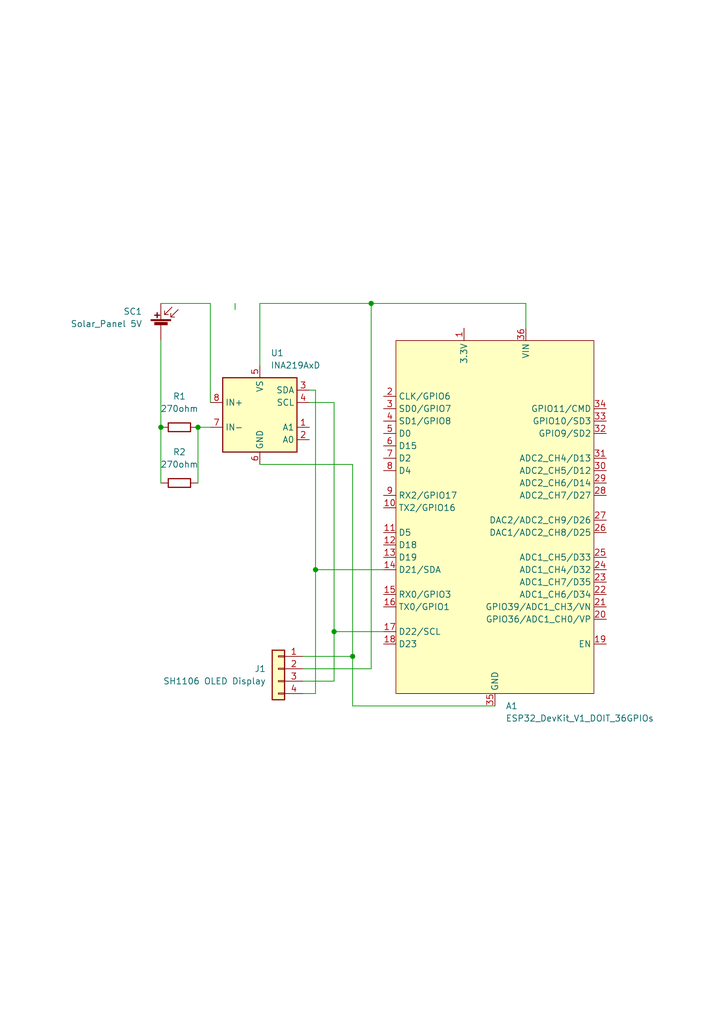
<source format=kicad_sch>
(kicad_sch (version 20231120) (generator "eeschema") (generator_version "8.0")
  (paper "A5" portrait)
  (lib_symbols
    (symbol "Connector_Generic:Conn_01x04" (pin_names (offset 1.016) hide)
      (property "Reference" "J" (at 0 5.08 0))
      (property "Value" "Conn_01x04" (at 0 -7.62 0))
      (symbol "Conn_01x04_1_1"
        (rectangle (start -1.27 -4.953) (end 0 -5.207) (stroke (width 0.1524)))
        (rectangle (start -1.27 -2.413) (end 0 -2.667) (stroke (width 0.1524)))
        (rectangle (start -1.27 0.127) (end 0 -0.127) (stroke (width 0.1524)))
        (rectangle (start -1.27 2.667) (end 0 2.413) (stroke (width 0.1524)))
        (rectangle (start -1.27 3.81) (end 1.27 -6.35) (stroke (width 0.254)) (fill (type background)))
        (pin passive line (at -5.08 2.54 0) (length 3.81) (name "Pin_1") (number "1"))
        (pin passive line (at -5.08 0 0) (length 3.81) (name "Pin_2") (number "2"))
        (pin passive line (at -5.08 -2.54 0) (length 3.81) (name "Pin_3") (number "3"))
        (pin passive line (at -5.08 -5.08 0) (length 3.81) (name "Pin_4") (number "4"))
      )
    )
    (symbol "Device:Solar_Cell" (pin_numbers hide) (pin_names (offset 0) hide)
      (property "Reference" "SC" (at 2.54 2.54 0))
      (property "Value" "Solar_Cell" (at 2.54 0 0))
      (symbol "Solar_Cell_0_1"
        (rectangle (start -2.032 1.778) (end 2.032 1.524) (fill (type outline)))
        (rectangle (start -1.3208 1.1938) (end 1.27 0.6858) (fill (type outline)))
        (polyline (pts (xy -2.032 2.286) (xy -3.556 3.81)))
        (polyline (pts (xy -0.762 2.794) (xy -2.286 4.318)))
        (polyline (pts (xy 0 0.762) (xy 0 0)))
        (polyline (pts (xy 0 1.778) (xy 0 2.54)))
        (polyline (pts (xy 0.254 2.667) (xy 1.27 2.667)) (stroke (width 0.254)))
        (polyline (pts (xy 0.762 3.175) (xy 0.762 2.159)) (stroke (width 0.254)))
        (polyline (pts (xy -2.032 3.048) (xy -2.032 2.286) (xy -2.794 2.286)))
        (polyline (pts (xy -0.762 3.556) (xy -0.762 2.794) (xy -1.524 2.794)))
      )
      (symbol "Solar_Cell_1_1"
        (pin passive line (at 0 5.08 270) (length 2.54) (name "+") (number "1"))
        (pin passive line (at 0 -2.54 90) (length 2.54) (name "-") (number "2"))
      )
    )
    (symbol "PCM_SL_Development_Board:ESP32_DevKit_V1_DOIT_36GPIOs"
      (property "Reference" "A" (at -13.97 36.83 0))
      (property "Value" "ESP32_DevKit_V1_DOIT_36GPIOs" (at 0 -31.75 0))
      (symbol "ESP32_DevKit_V1_DOIT_36GPIOs_0_1"
        (rectangle (start -20.32 34.29) (end 20.32 -38.1) (fill (type background)))
      )
      (symbol "ESP32_DevKit_V1_DOIT_36GPIOs_1_1"
        (pin power_in line (at -6.35 36.83 270) (length 2.54) (name "3.3V") (number "1"))
        (pin bidirectional line (at -22.86 0 0) (length 2.54) (name "TX2/GPIO16") (number "10"))
        (pin bidirectional line (at -22.86 -5.08 0) (length 2.54) (name "D5") (number "11"))
        (pin bidirectional line (at -22.86 -7.62 0) (length 2.54) (name "D18") (number "12"))
        (pin bidirectional line (at -22.86 -10.16 0) (length 2.54) (name "D19") (number "13"))
        (pin bidirectional line (at -22.86 -12.7 0) (length 2.54) (name "D21/SDA") (number "14"))
        (pin bidirectional line (at -22.86 -17.78 0) (length 2.54) (name "RX0/GPIO3") (number "15"))
        (pin bidirectional line (at -22.86 -20.32 0) (length 2.54) (name "TX0/GPIO1") (number "16"))
        (pin bidirectional line (at -22.86 -25.4 0) (length 2.54) (name "D22/SCL") (number "17"))
        (pin bidirectional line (at -22.86 -27.94 0) (length 2.54) (name "D23") (number "18"))
        (pin bidirectional line (at 22.86 -27.94 180) (length 2.54) (name "EN") (number "19"))
        (pin bidirectional line (at -22.86 22.86 0) (length 2.54) (name "CLK/GPIO6") (number "2"))
        (pin bidirectional line (at 22.86 -22.86 180) (length 2.54) (name "GPIO36/ADC1_CH0/VP") (number "20"))
        (pin bidirectional line (at 22.86 -20.32 180) (length 2.54) (name "GPIO39/ADC1_CH3/VN") (number "21"))
        (pin bidirectional line (at 22.86 -17.78 180) (length 2.54) (name "ADC1_CH6/D34") (number "22"))
        (pin bidirectional line (at 22.86 -15.24 180) (length 2.54) (name "ADC1_CH7/D35") (number "23"))
        (pin bidirectional line (at 22.86 -12.7 180) (length 2.54) (name "ADC1_CH4/D32") (number "24"))
        (pin bidirectional line (at 22.86 -10.16 180) (length 2.54) (name "ADC1_CH5/D33") (number "25"))
        (pin bidirectional line (at 22.86 -5.08 180) (length 2.54) (name "DAC1/ADC2_CH8/D25") (number "26"))
        (pin bidirectional line (at 22.86 -2.54 180) (length 2.54) (name "DAC2/ADC2_CH9/D26") (number "27"))
        (pin bidirectional line (at 22.86 2.54 180) (length 2.54) (name "ADC2_CH7/D27") (number "28"))
        (pin bidirectional line (at 22.86 5.08 180) (length 2.54) (name "ADC2_CH6/D14") (number "29"))
        (pin bidirectional line (at -22.86 20.32 0) (length 2.54) (name "SD0/GPIO7") (number "3"))
        (pin bidirectional line (at 22.86 7.62 180) (length 2.54) (name "ADC2_CH5/D12") (number "30"))
        (pin bidirectional line (at 22.86 10.16 180) (length 2.54) (name "ADC2_CH4/D13") (number "31"))
        (pin bidirectional line (at 22.86 15.24 180) (length 2.54) (name "GPIO9/SD2") (number "32"))
        (pin bidirectional line (at 22.86 17.78 180) (length 2.54) (name "GPIO10/SD3") (number "33"))
        (pin bidirectional line (at 22.86 20.32 180) (length 2.54) (name "GPIO11/CMD") (number "34"))
        (pin power_out line (at 0 -40.64 90) (length 2.54) (name "GND") (number "35"))
        (pin power_in line (at 6.35 36.83 270) (length 2.54) (name "VIN") (number "36"))
        (pin bidirectional line (at -22.86 17.78 0) (length 2.54) (name "SD1/GPIO8") (number "4"))
        (pin bidirectional line (at -22.86 15.24 0) (length 2.54) (name "D0") (number "5"))
        (pin bidirectional line (at -22.86 12.7 0) (length 2.54) (name "D15") (number "6"))
        (pin bidirectional line (at -22.86 10.16 0) (length 2.54) (name "D2") (number "7"))
        (pin bidirectional line (at -22.86 7.62 0) (length 2.54) (name "D4") (number "8"))
        (pin bidirectional line (at -22.86 2.54 0) (length 2.54) (name "RX2/GPIO17") (number "9"))
      )
    )
    (symbol "PCM_SL_Resistors:270ohm"
      (property "Reference" "R" (at 0 5.08 0))
      (property "Value" "270ohm" (at 0 2.54 0))
      (symbol "270ohm_0_1"
        (rectangle (start -2.286 0.889) (end 2.286 -0.889) (stroke (width 0.24)))
      )
      (symbol "270ohm_1_1"
        (pin passive line (at -3.81 0 0) (length 1.5) (name "") (number "1"))
        (pin passive line (at 3.81 0 180) (length 1.5) (name "~") (number "2"))
      )
    )
    (symbol "Sensor_Energy:INA219AxD"
      (property "Reference" "U" (at -6.35 8.89 0))
      (property "Value" "INA219AxD" (at 5.08 8.89 0))
      (symbol "INA219AxD_0_1"
        (rectangle (start -7.62 7.62) (end 7.62 -7.62) (stroke (width 0.254)) (fill (type background)))
      )
      (symbol "INA219AxD_1_1"
        (pin input line (at 10.16 -2.54 180) (length 2.54) (name "A1") (number "1"))
        (pin input line (at 10.16 -5.08 180) (length 2.54) (name "A0") (number "2"))
        (pin bidirectional line (at 10.16 5.08 180) (length 2.54) (name "SDA") (number "3"))
        (pin input line (at 10.16 2.54 180) (length 2.54) (name "SCL") (number "4"))
        (pin power_in line (at 0 10.16 270) (length 2.54) (name "VS") (number "5"))
        (pin power_in line (at 0 -10.16 90) (length 2.54) (name "GND") (number "6"))
        (pin input line (at -10.16 -2.54 0) (length 2.54) (name "IN-") (number "7"))
        (pin input line (at -10.16 2.54 0) (length 2.54) (name "IN+") (number "8"))
      )
    )
  )
  (junction (at 33.02 87.63))
  (junction (at 72.39 134.62))
  (junction (at 76.2 62.23))
  (junction (at 64.77 116.84))
  (junction (at 40.64 87.63))
  (junction (at 68.58 129.54))
  (wire (pts (xy 72.39 134.62) (xy 62.23 134.62)))
  (wire (pts (xy 63.5 80.01) (xy 64.77 80.01)))
  (wire (pts (xy 76.2 62.23) (xy 76.2 137.16)))
  (wire (pts (xy 40.64 87.63) (xy 40.64 99.06)))
  (wire (pts (xy 53.34 74.93) (xy 53.34 62.23)))
  (wire (pts (xy 63.5 82.55) (xy 68.58 82.55)))
  (wire (pts (xy 64.77 80.01) (xy 64.77 116.84)))
  (wire (pts (xy 62.23 139.7) (xy 68.58 139.7)))
  (wire (pts (xy 33.02 87.63) (xy 33.02 99.06)))
  (wire (pts (xy 72.39 144.78) (xy 72.39 134.62)))
  (wire (pts (xy 53.34 95.25) (xy 72.39 95.25)))
  (wire (pts (xy 76.2 137.16) (xy 62.23 137.16)))
  (wire (pts (xy 48.26 62.23) (xy 48.26 63.5)))
  (wire (pts (xy 33.02 69.85) (xy 33.02 87.63)))
  (wire (pts (xy 78.74 116.84) (xy 64.77 116.84)))
  (wire (pts (xy 64.77 116.84) (xy 64.77 142.24)))
  (wire (pts (xy 68.58 129.54) (xy 68.58 139.7)))
  (wire (pts (xy 40.64 87.63) (xy 43.18 87.63)))
  (wire (pts (xy 43.18 62.23) (xy 33.02 62.23)))
  (wire (pts (xy 72.39 95.25) (xy 72.39 134.62)))
  (wire (pts (xy 53.34 62.23) (xy 76.2 62.23)))
  (wire (pts (xy 101.6 144.78) (xy 72.39 144.78)))
  (wire (pts (xy 64.77 142.24) (xy 62.23 142.24)))
  (wire (pts (xy 107.95 62.23) (xy 76.2 62.23)))
  (wire (pts (xy 78.74 129.54) (xy 68.58 129.54)))
  (wire (pts (xy 68.58 82.55) (xy 68.58 129.54)))
  (wire (pts (xy 43.18 82.55) (xy 43.18 62.23)))
  (wire (pts (xy 107.95 67.31) (xy 107.95 62.23)))
  (symbol (lib_id "Connector_Generic:Conn_01x04") (at 57.15 137.16 0) (mirror y) (unit 1)
    (property "Reference" "J1" (at 54.61 137.1599 0) (effects (justify left)))
    (property "Value" "SH1106 OLED Display" (at 54.61 139.6999 0) (effects (justify left)))
    (property "Description" "Generic connector, single row, 01x04, script generated (kicad-library-utils/schlib/autogen/connector/)" (effects (hide yes)))
  )
  (symbol (lib_id "PCM_SL_Resistors:270ohm") (at 36.83 87.63 0) (unit 1)
    (property "Reference" "R1" (at 36.83 81.28 0))
    (property "Value" "270ohm" (at 36.83 83.82 0))
    (property "Footprint" "Resistor_THT:R_Axial_DIN0207_L6.3mm_D2.5mm_P10.16mm_Horizontal" (effects (hide yes)))
    (property "Description" "270Ω, 1/4W Resistor" (effects (hide yes)))
  )
  (symbol (lib_id "PCM_SL_Development_Board:ESP32_DevKit_V1_DOIT_36GPIOs") (at 101.6 104.14 0) (unit 1)
    (property "Reference" "A1" (at 103.7941 144.78 0) (effects (justify left)))
    (property "Value" "ESP32_DevKit_V1_DOIT_36GPIOs" (at 103.7941 147.32 0) (effects (justify left)))
    (property "Footprint" "PCM_SL_Development_Boards:DOIT_ESP32_DEVKIT_36Pins" (effects (hide yes)))
    (property "Description" "Microcontroller module with ESP32 MCU, WiFi and Bluetooth" (effects (hide yes)))
  )
  (symbol (lib_id "PCM_SL_Resistors:270ohm") (at 36.83 99.06 0) (unit 1)
    (property "Reference" "R2" (at 36.83 92.71 0))
    (property "Value" "270ohm" (at 36.83 95.25 0))
    (property "Footprint" "Resistor_THT:R_Axial_DIN0207_L6.3mm_D2.5mm_P10.16mm_Horizontal" (effects (hide yes)))
    (property "Description" "270Ω, 1/4W Resistor" (effects (hide yes)))
  )
  (symbol (lib_id "Device:Solar_Cell") (at 33.02 67.31 0) (mirror y) (unit 1)
    (property "Reference" "SC1" (at 29.21 63.8809 0) (effects (justify left)))
    (property "Value" "Solar_Panel 5V" (at 29.21 66.4209 0) (effects (justify left)))
    (property "Description" "Single solar cell" (effects (hide yes)))
  )
  (symbol (lib_id "Sensor_Energy:INA219AxD") (at 53.34 85.09 0) (unit 1)
    (property "Reference" "U1" (at 55.5341 72.39 0) (effects (justify left)))
    (property "Value" "INA219AxD" (at 55.5341 74.93 0) (effects (justify left)))
    (property "Footprint" "Package_SO:SOIC-8_3.9x4.9mm_P1.27mm" (effects (hide yes)))
    (property "Datasheet" "http://www.ti.com/lit/ds/symlink/ina219.pdf" (effects (hide yes)))
    (property "Description" "Zero-Drift, Bidirectional Current/Power Monitor (0-26V) With I2C Interface, SOIC-8" (effects (hide yes)))
  )
)
</source>
